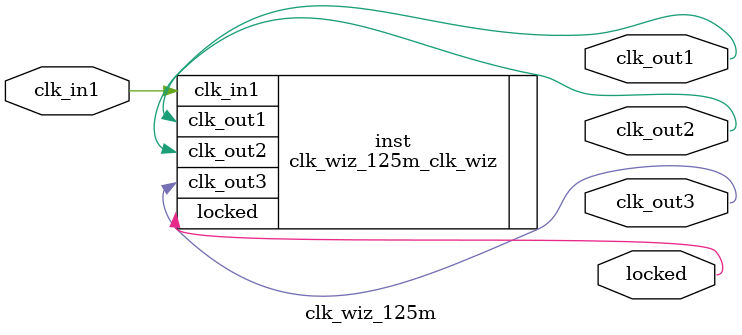
<source format=v>


`timescale 1ps/1ps

(* CORE_GENERATION_INFO = "clk_wiz_125m,clk_wiz_v5_3_0,{component_name=clk_wiz_125m,use_phase_alignment=true,use_min_o_jitter=false,use_max_i_jitter=false,use_dyn_phase_shift=false,use_inclk_switchover=false,use_dyn_reconfig=false,enable_axi=0,feedback_source=FDBK_AUTO,PRIMITIVE=PLL,num_out_clk=3,clkin1_period=8.0,clkin2_period=10.0,use_power_down=false,use_reset=false,use_locked=true,use_inclk_stopped=false,feedback_type=SINGLE,CLOCK_MGR_TYPE=NA,manual_override=false}" *)

module clk_wiz_125m 
 (
 // Clock in ports
  input         clk_in1,
  // Clock out ports
  output        clk_out1,
  output        clk_out2,
  output        clk_out3,
  // Status and control signals
  output        locked
 );

  clk_wiz_125m_clk_wiz inst
  (
 // Clock in ports
  .clk_in1(clk_in1),
  // Clock out ports  
  .clk_out1(clk_out1),
  .clk_out2(clk_out2),
  .clk_out3(clk_out3),
  // Status and control signals               
  .locked(locked)            
  );

endmodule

</source>
